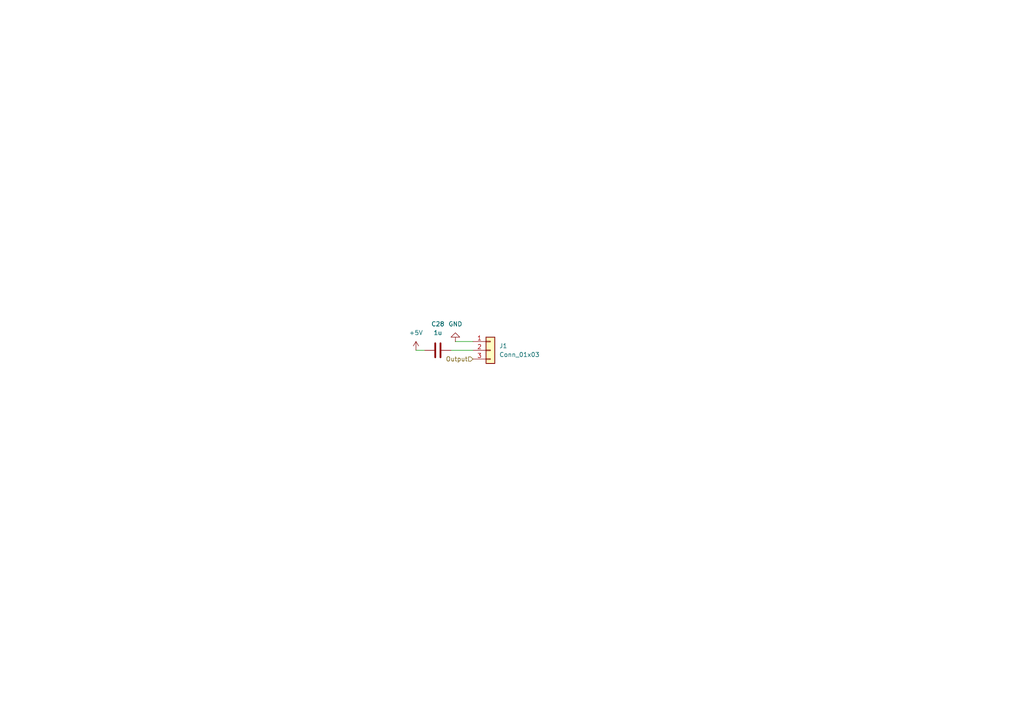
<source format=kicad_sch>
(kicad_sch (version 20250114) (generator "eeschema") (generator_version "9.0")
  (paper "A4")
  (lib_symbols
    (symbol "Connector_Generic:Conn_01x03" (pin_names (offset 1.016) (hide yes))
      (property "Reference" "J" (at 0 5.08 0))
      (property "Value" "Conn_01x03" (at 0 -5.08 0))
      (symbol "Conn_01x03_1_1"
        (rectangle (start -1.27 3.81) (end 1.27 -3.81) (stroke (width 0.254)) (fill (type background)))
        (rectangle (start -1.27 2.667) (end 0 2.413) (stroke (width 0.1524)))
        (rectangle (start -1.27 0.127) (end 0 -0.127) (stroke (width 0.1524)))
        (rectangle (start -1.27 -2.413) (end 0 -2.667) (stroke (width 0.1524)))
        (pin passive line (at -5.08 2.54 0) (length 3.81) (name "Pin_1") (number "1"))
        (pin passive line (at -5.08 0 0) (length 3.81) (name "Pin_2") (number "2"))
        (pin passive line (at -5.08 -2.54 0) (length 3.81) (name "Pin_3") (number "3"))
      )
    )
    (symbol "Device:C" (pin_numbers (hide yes)) (pin_names (offset 0.254))
      (property "Reference" "C" (at 0.635 2.54 0))
      (property "Value" "C" (at 0.635 -2.54 0))
      (symbol "C_0_1"
        (polyline (pts (xy -2.032 0.762) (xy 2.032 0.762)) (stroke (width 0.508)))
        (polyline (pts (xy -2.032 -0.762) (xy 2.032 -0.762)) (stroke (width 0.508)))
      )
      (symbol "C_1_1"
        (pin passive line (at 0 3.81 270) (length 2.794) (name "~") (number "1"))
        (pin passive line (at 0 -3.81 90) (length 2.794) (name "~") (number "2"))
      )
    )
    (symbol "power:+5V" (power) (pin_numbers (hide yes)) (pin_names (offset 0) (hide yes))
      (property "Value" "+5V" (at 0 3.556 0))
      (symbol "+5V_0_1"
        (polyline (pts (xy -0.762 1.27) (xy 0 2.54)))
        (polyline (pts (xy 0 2.54) (xy 0.762 1.27)))
        (polyline (pts (xy 0 0) (xy 0 2.54)))
      )
      (symbol "+5V_1_1"
        (pin power_in line (at 0 0 90) (length 0) (name "~") (number "1"))
      )
    )
    (symbol "power:GND" (power) (pin_numbers (hide yes)) (pin_names (offset 0) (hide yes))
      (property "Value" "GND" (at 0 -3.81 0))
      (symbol "GND_0_1"
        (polyline (pts (xy 0 0) (xy 0 -1.27) (xy 1.27 -1.27) (xy 0 -2.54) (xy -1.27 -1.27) (xy 0 -1.27)))
      )
      (symbol "GND_1_1"
        (pin power_in line (at 0 0 270) (length 0) (name "~") (number "1"))
      )
    )
  )
  (wire (pts (xy 132.08 99.06) (xy 137.16 99.06)))
  (wire (pts (xy 130.81 101.6) (xy 137.16 101.6)))
  (wire (pts (xy 120.65 101.6) (xy 123.19 101.6)))
  (hierarchical_label "Output" (shape input) (at 137.16 104.14 180))
  (symbol (lib_id "power:+5V") (at 120.65 101.6 0) (unit 1)
    (property "Reference" "#PWR08" (effects (hide yes)))
    (property "Value" "+5V" (at 120.65 96.52 0))
    (property "Description" "Power symbol creates a global label with name \"+5V\"" (effects (hide yes)))
  )
  (symbol (lib_id "Device:C") (at 127 101.6 90) (unit 1)
    (property "Reference" "C28" (at 127 93.98 90))
    (property "Value" "1u" (at 127 96.52 90))
    (property "Footprint" "Capacitor_SMD:C_0603_1608Metric" (effects (hide yes)))
    (property "Description" "Unpolarized capacitor" (effects (hide yes)))
  )
  (symbol (lib_id "power:GND") (at 132.08 99.06 180) (unit 1)
    (property "Reference" "#PWR09" (effects (hide yes)))
    (property "Value" "GND" (at 132.08 93.98 0))
    (property "Description" "Power symbol creates a global label with name \"GND\" , ground" (effects (hide yes)))
  )
  (symbol (lib_id "Connector_Generic:Conn_01x03") (at 142.24 101.6 0) (unit 1)
    (property "Reference" "J1" (at 144.78 100.3299 0) (effects (justify left)))
    (property "Value" "Conn_01x03" (at 144.78 102.8699 0) (effects (justify left)))
    (property "Footprint" "Connector_JST:JST_EH_B3B-EH-A_1x03_P2.50mm_Vertical" (effects (hide yes)))
    (property "Description" "Generic connector, single row, 01x03, script generated (kicad-library-utils/schlib/autogen/connector/)" (effects (hide yes)))
  )
)
</source>
